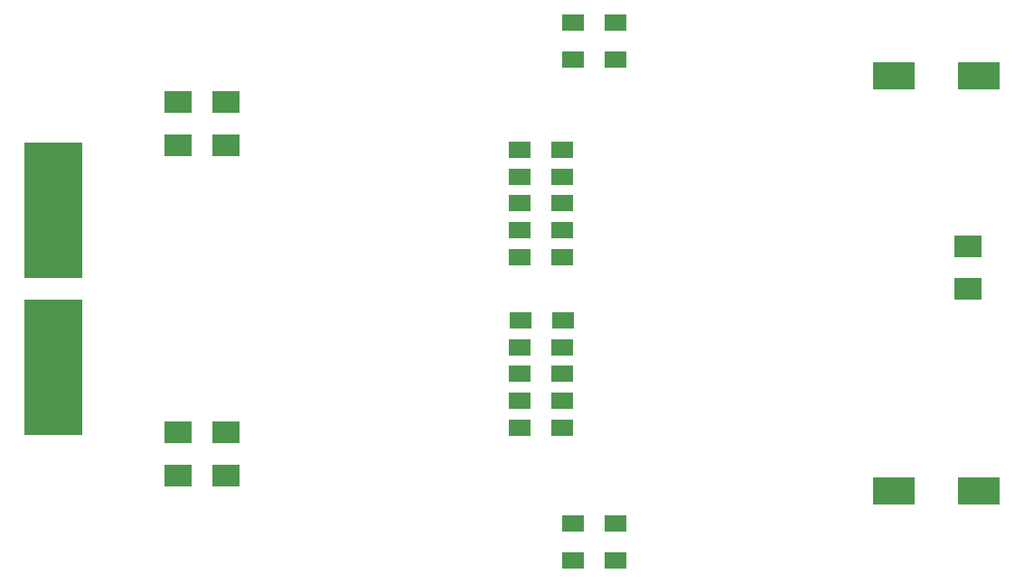
<source format=gbr>
%TF.GenerationSoftware,KiCad,Pcbnew,(5.1.4)-1*%
%TF.CreationDate,2019-12-10T14:49:21+08:00*%
%TF.ProjectId,RF_output,52465f6f-7574-4707-9574-2e6b69636164,rev?*%
%TF.SameCoordinates,Original*%
%TF.FileFunction,Paste,Top*%
%TF.FilePolarity,Positive*%
%FSLAX46Y46*%
G04 Gerber Fmt 4.6, Leading zero omitted, Abs format (unit mm)*
G04 Created by KiCad (PCBNEW (5.1.4)-1) date 2019-12-10 14:49:21*
%MOMM*%
%LPD*%
G04 APERTURE LIST*
%ADD10R,5.500000X12.800000*%
%ADD11R,4.000000X2.500000*%
%ADD12R,2.500000X2.000000*%
%ADD13R,2.000000X1.600000*%
G04 APERTURE END LIST*
D10*
X53340000Y-107366000D03*
X53340000Y-92634000D03*
D11*
X140000000Y-119000000D03*
X132000000Y-119000000D03*
D12*
X139000000Y-100000000D03*
X139000000Y-96000000D03*
D13*
X101000000Y-113000000D03*
X97000000Y-113000000D03*
X101000000Y-110500000D03*
X97000000Y-110500000D03*
X101000000Y-108000000D03*
X97000000Y-108000000D03*
X101000000Y-105500000D03*
X97000000Y-105500000D03*
X101030000Y-103000000D03*
X97030000Y-103000000D03*
X101000000Y-97000000D03*
X97000000Y-97000000D03*
X101000000Y-94500000D03*
X97000000Y-94500000D03*
X101000000Y-92000000D03*
X97000000Y-92000000D03*
X101000000Y-89500000D03*
X97000000Y-89500000D03*
X101000000Y-87000000D03*
X97000000Y-87000000D03*
D11*
X140000000Y-80000000D03*
X132000000Y-80000000D03*
D13*
X102000000Y-75000000D03*
X106000000Y-75000000D03*
X102000000Y-78500000D03*
X106000000Y-78500000D03*
X102000000Y-122000000D03*
X106000000Y-122000000D03*
X102000000Y-125500000D03*
X106000000Y-125500000D03*
D12*
X65000000Y-117500000D03*
X65000000Y-113500000D03*
X69500000Y-82500000D03*
X69500000Y-86500000D03*
X69500000Y-117500000D03*
X69500000Y-113500000D03*
X65000000Y-82500000D03*
X65000000Y-86500000D03*
M02*

</source>
